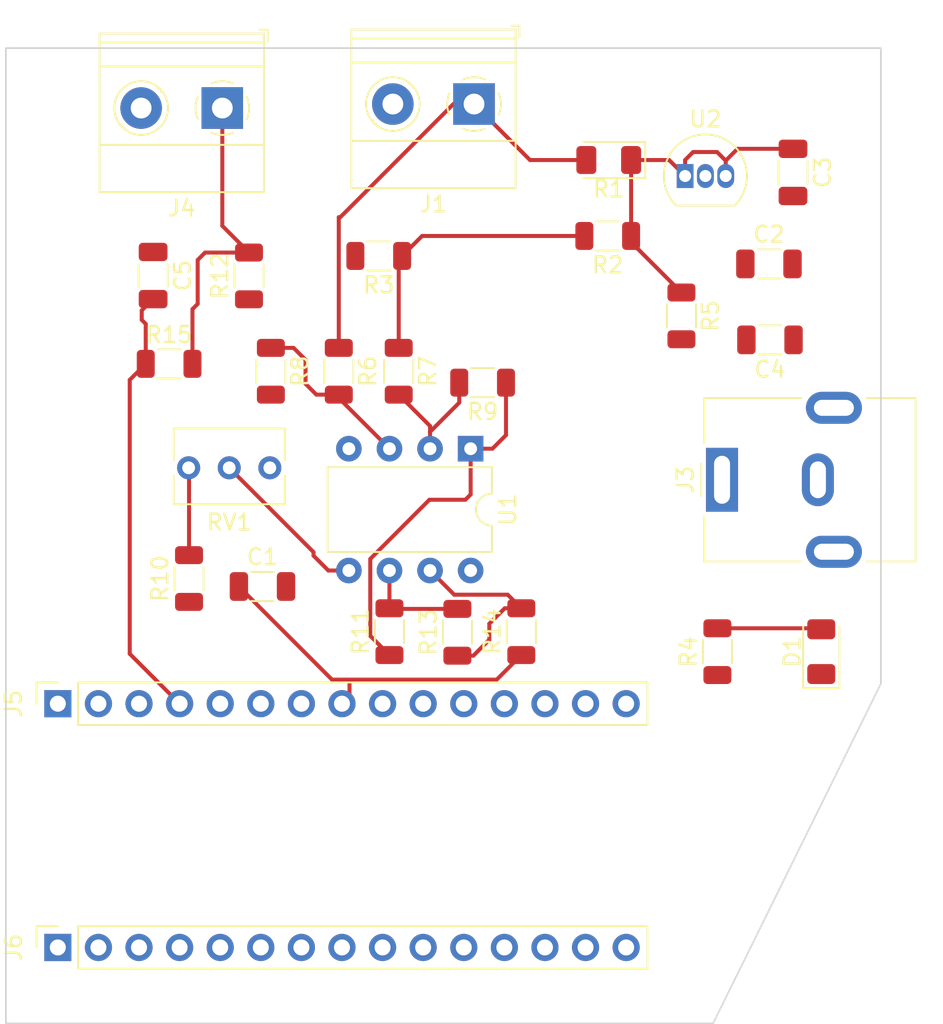
<source format=kicad_pcb>
(kicad_pcb (version 20221018) (generator pcbnew)
  (layers (0 "F.Cu" signal) (31 "B.Cu" signal) (34 "B.Paste" user) (35 "F.Paste" user) (36 "B.SilkS" user "B.Silkscreen") (37 "F.SilkS" user "F.Silkscreen") (38 "B.Mask" user) (39 "F.Mask" user) (44 "Edge.Cuts" user))
  (net 0 "")
  (net 1 "Offset Amp Out")
  (net 2 "GND")
  (net 3 "+5V")
  (net 4 "+2V5")
  (net 5 "Temperature Reading")
  (net 6 "Net-(D1-A)")
  (net 7 "Wheatstone_A")
  (net 8 "Net-(J4-Pin_1)")
  (net 36 "Wheatstone_B")
  (net 37 "Net-(U1A-+)")
  (net 38 "Net-(U1A--)")
  (net 39 "FG Amp Out")
  (net 40 "Net-(R10-Pad2)")
  (net 41 "Net-(U1B--)")
  (net 42 "Net-(R13-Pad1)")
  (net 43 "Net-(U1B-+)")
  (footprint "Resistor_SMD:R_1206_3216Metric" (layer "F.Cu") (at 109 80.25 90)
    (fp_text reference "R14" (at 0 -1.82 90) (layer "F.SilkS"))
    (fp_text value "1.96k")
    (fp_line (start -0.727064 -0.91) (end 0.727064 -0.91) (stroke (width 0.12)) (layer "F.SilkS"))
    (fp_line (start -0.727064 0.91) (end 0.727064 0.91) (stroke (width 0.12)) (layer "F.SilkS"))
    (pad "1" smd roundrect (at -1.4625 0 90) (size 1.125 1.75) (layers "F.Cu" "F.Paste" "F.Mask") (roundrect_rratio 0.222222) (net 1 "Offset Amp Out"))
    (pad "2" smd roundrect (at 1.4625 0 90) (size 1.125 1.75) (layers "F.Cu" "F.Paste" "F.Mask") (roundrect_rratio 0.222222) (net 42 "Net-(R13-Pad1)"))
  )
  (footprint "Resistor_SMD:R_1206_3216Metric" (layer "F.Cu") (at 86.9625 63.5)
    (fp_text reference "R15" (at 0 -1.82) (layer "F.SilkS"))
    (fp_text value "10k")
    (fp_line (start -0.727064 -0.91) (end 0.727064 -0.91) (stroke (width 0.12)) (layer "F.SilkS"))
    (fp_line (start -0.727064 0.91) (end 0.727064 0.91) (stroke (width 0.12)) (layer "F.SilkS"))
    (pad "1" smd roundrect (at -1.4625 0) (size 1.125 1.75) (layers "F.Cu" "F.Paste" "F.Mask") (roundrect_rratio 0.222222) (net 5 "Temperature Reading"))
    (pad "2" smd roundrect (at 1.4625 0) (size 1.125 1.75) (layers "F.Cu" "F.Paste" "F.Mask") (roundrect_rratio 0.222222) (net 8 "Net-(J4-Pin_1)"))
  )
  (footprint "Resistor_SMD:R_1206_3216Metric" (layer "F.Cu") (at 101.33 63.9625 -90)
    (fp_text reference "R7" (at 0 -1.82 90) (layer "F.SilkS"))
    (fp_text value "6.98k")
    (fp_line (start -0.727064 -0.91) (end 0.727064 -0.91) (stroke (width 0.12)) (layer "F.SilkS"))
    (fp_line (start -0.727064 0.91) (end 0.727064 0.91) (stroke (width 0.12)) (layer "F.SilkS"))
    (pad "1" smd roundrect (at -1.4625 0 270) (size 1.125 1.75) (layers "F.Cu" "F.Paste" "F.Mask") (roundrect_rratio 0.222222) (net 36 "Wheatstone_B"))
    (pad "2" smd roundrect (at 1.4625 0 270) (size 1.125 1.75) (layers "F.Cu" "F.Paste" "F.Mask") (roundrect_rratio 0.222222) (net 38 "Net-(U1A--)"))
  )
  (footprint "TerminalBlock_Phoenix:TerminalBlock_Phoenix_MKDS-1,5-2-5.08_1x02_P5.08mm_Horizontal" (layer "F.Cu") (at 106.0425 47.25 180)
    (fp_text reference "J1" (at 2.54 -6.26) (layer "F.SilkS"))
    (fp_text value "Strain Gauge")
    (fp_line (start -2.84 4.16) (end -2.84 4.9) (stroke (width 0.12)) (layer "F.SilkS"))
    (fp_line (start -2.84 4.9) (end -2.34 4.9) (stroke (width 0.12)) (layer "F.SilkS"))
    (fp_line (start -2.6 -5.261) (end -2.6 4.66) (stroke (width 0.12)) (layer "F.SilkS"))
    (fp_line (start -2.6 -5.261) (end 7.68 -5.261) (stroke (width 0.12)) (layer "F.SilkS"))
    (fp_line (start -2.6 -2.301) (end 7.68 -2.301) (stroke (width 0.12)) (layer "F.SilkS"))
    (fp_line (start -2.6 2.6) (end 7.68 2.6) (stroke (width 0.12)) (layer "F.SilkS"))
    (fp_line (start -2.6 4.1) (end 7.68 4.1) (stroke (width 0.12)) (layer "F.SilkS"))
    (fp_line (start -2.6 4.66) (end 7.68 4.66) (stroke (width 0.12)) (layer "F.SilkS"))
    (fp_line (start 3.853 1.023) (end 3.806 1.069) (stroke (width 0.12)) (layer "F.SilkS"))
    (fp_line (start 4.046 1.239) (end 4.011 1.274) (stroke (width 0.12)) (layer "F.SilkS"))
    (fp_line (start 6.15 -1.275) (end 6.115 -1.239) (stroke (width 0.12)) (layer "F.SilkS"))
    (fp_line (start 6.355 -1.069) (end 6.308 -1.023) (stroke (width 0.12)) (layer "F.SilkS"))
    (fp_line (start 7.68 -5.261) (end 7.68 4.66) (stroke (width 0.12)) (layer "F.SilkS"))
    (fp_arc (start -1.535427 0.683042) (mid -1.680501 -0.000524) (end -1.535 -0.684) (stroke (width 0.12)) (layer "F.SilkS"))
    (fp_arc (start -0.683042 -1.535427) (mid 0.000524 -1.680501) (end 0.684 -1.535) (stroke (width 0.12)) (layer "F.SilkS"))
    (fp_arc (start 0.028805 1.680253) (mid -0.335551 1.646659) (end -0.684 1.535) (stroke (width 0.12)) (layer "F.SilkS"))
    (fp_arc (start 0.683318 1.534756) (mid 0.349292 1.643288) (end 0 1.68) (stroke (width 0.12)) (layer "F.SilkS"))
    (fp_arc (start 1.535427 -0.683042) (mid 1.680501 0.000524) (end 1.535 0.684) (stroke (width 0.12)) (layer "F.SilkS"))
    (fp_circle (center 5.08 0) (end 6.76 0) (stroke (width 0.12)) (fill none) (layer "F.SilkS"))
    (pad "1" thru_hole rect (at 0 0 180) (size 2.6 2.6) (drill 1.3) (layers "*.Cu" "*.Mask") (net 7 "Wheatstone_A"))
    (pad "2" thru_hole circle (at 5.08 0 180) (size 2.6 2.6) (drill 1.3) (layers "*.Cu" "*.Mask") (net 2 "GND"))
  )
  (footprint "Resistor_SMD:R_1206_3216Metric" (layer "F.Cu") (at 97.58 63.9625 -90)
    (fp_text reference "R6" (at 0 -1.82 90) (layer "F.SilkS"))
    (fp_text value "6.98k")
    (fp_line (start -0.727064 -0.91) (end 0.727064 -0.91) (stroke (width 0.12)) (layer "F.SilkS"))
    (fp_line (start -0.727064 0.91) (end 0.727064 0.91) (stroke (width 0.12)) (layer "F.SilkS"))
    (pad "1" smd roundrect (at -1.4625 0 270) (size 1.125 1.75) (layers "F.Cu" "F.Paste" "F.Mask") (roundrect_rratio 0.222222) (net 7 "Wheatstone_A"))
    (pad "2" smd roundrect (at 1.4625 0 270) (size 1.125 1.75) (layers "F.Cu" "F.Paste" "F.Mask") (roundrect_rratio 0.222222) (net 37 "Net-(U1A-+)"))
  )
  (footprint "Connector_BarrelJack:BarrelJack_CUI_PJ-063AH_Horizontal" (layer "F.Cu") (at 121.56 70.75 90)
    (fp_text reference "J3" (at 0 -2.3 90) (layer "F.SilkS"))
    (fp_text value "+5V in")
    (fp_line (start -5.11 -1.11) (end -2.3 -1.11) (stroke (width 0.12)) (layer "F.SilkS"))
    (fp_line (start -5.11 4.95) (end -5.11 -1.11) (stroke (width 0.12)) (layer "F.SilkS"))
    (fp_line (start -5.11 12.11) (end -5.11 9.05) (stroke (width 0.12)) (layer "F.SilkS"))
    (fp_line (start -1 -1.3) (end 1 -1.3) (stroke (width 0.12)) (layer "F.SilkS"))
    (fp_line (start 2.3 -1.11) (end 5.11 -1.11) (stroke (width 0.12)) (layer "F.SilkS"))
    (fp_line (start 5.11 -1.11) (end 5.11 4.95) (stroke (width 0.12)) (layer "F.SilkS"))
    (fp_line (start 5.11 9.05) (end 5.11 12.11) (stroke (width 0.12)) (layer "F.SilkS"))
    (fp_line (start 5.11 12.11) (end -5.11 12.11) (stroke (width 0.12)) (layer "F.SilkS"))
    (pad "" np_thru_hole circle (at 0 9 90) (size 1.6 1.6) (drill 1.6) (layers "*.Cu" "*.Mask"))
    (pad "1" thru_hole rect (at 0 0 90) (size 4 2) (drill oval 3 1) (layers "*.Cu" "*.Mask") (net 3 "+5V"))
    (pad "2" thru_hole oval (at 0 6 90) (size 3.3 2) (drill oval 2.3 1) (layers "*.Cu" "*.Mask") (net 2 "GND"))
    (pad "MP" thru_hole oval (at -4.5 7 90) (size 2 3.5) (drill oval 1 2.5) (layers "*.Cu" "*.Mask"))
    (pad "MP" thru_hole oval (at 4.5 7 90) (size 2 3.5) (drill oval 1 2.5) (layers "*.Cu" "*.Mask"))
  )
  (footprint "Capacitor_SMD:C_1206_3216Metric" (layer "F.Cu") (at 92.805 77.425)
    (fp_text reference "C1" (at 0 -1.85) (layer "F.SilkS"))
    (fp_text value "1uF")
    (fp_line (start -0.711252 -0.91) (end 0.711252 -0.91) (stroke (width 0.12)) (layer "F.SilkS"))
    (fp_line (start -0.711252 0.91) (end 0.711252 0.91) (stroke (width 0.12)) (layer "F.SilkS"))
    (pad "1" smd roundrect (at -1.475 0) (size 1.15 1.8) (layers "F.Cu" "F.Paste" "F.Mask") (roundrect_rratio 0.217391) (net 1 "Offset Amp Out"))
    (pad "2" smd roundrect (at 1.475 0) (size 1.15 1.8) (layers "F.Cu" "F.Paste" "F.Mask") (roundrect_rratio 0.217391) (net 2 "GND"))
  )
  (footprint "Capacitor_SMD:C_1206_3216Metric" (layer "F.Cu") (at 124.56 62 180)
    (fp_text reference "C4" (at 0 -1.85) (layer "F.SilkS"))
    (fp_text value "220uF")
    (fp_line (start -0.711252 -0.91) (end 0.711252 -0.91) (stroke (width 0.12)) (layer "F.SilkS"))
    (fp_line (start -0.711252 0.91) (end 0.711252 0.91) (stroke (width 0.12)) (layer "F.SilkS"))
    (pad "1" smd roundrect (at -1.475 0 180) (size 1.15 1.8) (layers "F.Cu" "F.Paste" "F.Mask") (roundrect_rratio 0.217391) (net 2 "GND"))
    (pad "2" smd roundrect (at 1.475 0 180) (size 1.15 1.8) (layers "F.Cu" "F.Paste" "F.Mask") (roundrect_rratio 0.217391) (net 3 "+5V"))
  )
  (footprint "Resistor_SMD:R_1206_3216Metric" (layer "F.Cu") (at 88.21 76.925 90)
    (fp_text reference "R10" (at 0 -1.82 90) (layer "F.SilkS"))
    (fp_text value "3k")
    (fp_line (start -0.727064 -0.91) (end 0.727064 -0.91) (stroke (width 0.12)) (layer "F.SilkS"))
    (fp_line (start -0.727064 0.91) (end 0.727064 0.91) (stroke (width 0.12)) (layer "F.SilkS"))
    (pad "1" smd roundrect (at -1.4625 0 90) (size 1.125 1.75) (layers "F.Cu" "F.Paste" "F.Mask") (roundrect_rratio 0.222222) (net 4 "+2V5"))
    (pad "2" smd roundrect (at 1.4625 0 90) (size 1.125 1.75) (layers "F.Cu" "F.Paste" "F.Mask") (roundrect_rratio 0.222222) (net 40 "Net-(R10-Pad2)"))
  )
  (footprint "Resistor_SMD:R_1206_3216Metric" (layer "F.Cu") (at 119.02 60.5 -90)
    (fp_text reference "R5" (at 0 -1.82 90) (layer "F.SilkS"))
    (fp_text value "110")
    (fp_line (start -0.727064 -0.91) (end 0.727064 -0.91) (stroke (width 0.12)) (layer "F.SilkS"))
    (fp_line (start -0.727064 0.91) (end 0.727064 0.91) (stroke (width 0.12)) (layer "F.SilkS"))
    (pad "1" smd roundrect (at -1.4625 0 270) (size 1.125 1.75) (layers "F.Cu" "F.Paste" "F.Mask") (roundrect_rratio 0.222222) (net 4 "+2V5"))
    (pad "2" smd roundrect (at 1.4625 0 270) (size 1.125 1.75) (layers "F.Cu" "F.Paste" "F.Mask") (roundrect_rratio 0.222222) (net 3 "+5V"))
  )
  (footprint "Capacitor_SMD:C_1206_3216Metric" (layer "F.Cu") (at 126 51.525 -90)
    (fp_text reference "C3" (at 0 -1.85 90) (layer "F.SilkS"))
    (fp_text value "1uF")
    (fp_line (start -0.711252 -0.91) (end 0.711252 -0.91) (stroke (width 0.12)) (layer "F.SilkS"))
    (fp_line (start -0.711252 0.91) (end 0.711252 0.91) (stroke (width 0.12)) (layer "F.SilkS"))
    (pad "1" smd roundrect (at -1.475 0 270) (size 1.15 1.8) (layers "F.Cu" "F.Paste" "F.Mask") (roundrect_rratio 0.217391) (net 4 "+2V5"))
    (pad "2" smd roundrect (at 1.475 0 270) (size 1.15 1.8) (layers "F.Cu" "F.Paste" "F.Mask") (roundrect_rratio 0.217391) (net 2 "GND"))
  )
  (footprint "LED_SMD:LED_1206_3216Metric" (layer "F.Cu") (at 114.47 50.75 180)
    (fp_text reference "R1" (at 0 -1.82) (layer "F.SilkS"))
    (fp_text value "348")
    (fp_line (start -2.285 -1.135) (end -2.285 1.135) (stroke (width 0.12)) (layer "F.SilkS"))
    (fp_line (start -2.285 1.135) (end 1.6 1.135) (stroke (width 0.12)) (layer "F.SilkS"))
    (fp_line (start 1.6 -1.135) (end -2.285 -1.135) (stroke (width 0.12)) (layer "F.SilkS"))
    (pad "1" smd roundrect (at -1.4 0 180) (size 1.25 1.75) (layers "F.Cu" "F.Paste" "F.Mask") (roundrect_rratio 0.2) (net 4 "+2V5"))
    (pad "2" smd roundrect (at 1.4 0 180) (size 1.25 1.75) (layers "F.Cu" "F.Paste" "F.Mask") (roundrect_rratio 0.2) (net 7 "Wheatstone_A"))
  )
  (footprint "Resistor_SMD:R_1206_3216Metric" (layer "F.Cu") (at 106.58 64.675 180)
    (fp_text reference "R9" (at 0 -1.82) (layer "F.SilkS"))
    (fp_text value "348k")
    (fp_line (start -0.727064 -0.91) (end 0.727064 -0.91) (stroke (width 0.12)) (layer "F.SilkS"))
    (fp_line (start -0.727064 0.91) (end 0.727064 0.91) (stroke (width 0.12)) (layer "F.SilkS"))
    (pad "1" smd roundrect (at -1.4625 0 180) (size 1.125 1.75) (layers "F.Cu" "F.Paste" "F.Mask") (roundrect_rratio 0.222222) (net 39 "FG Amp Out"))
    (pad "2" smd roundrect (at 1.4625 0 180) (size 1.125 1.75) (layers "F.Cu" "F.Paste" "F.Mask") (roundrect_rratio 0.222222) (net 38 "Net-(U1A--)"))
  )
  (footprint "Package_TO_SOT_THT:TO-92_Inline" (layer "F.Cu") (at 119.25 51.75)
    (fp_text reference "U2" (at 1.27 -3.56) (layer "F.SilkS"))
    (fp_text value "TL431LP")
    (fp_line (start -0.53 1.85) (end 3.07 1.85) (stroke (width 0.12)) (layer "F.SilkS"))
    (fp_arc (start -0.568478 1.838478) (mid -1.132087 -0.994977) (end 1.27 -2.6) (stroke (width 0.12)) (layer "F.SilkS"))
    (fp_arc (start 1.27 -2.6) (mid 3.672087 -0.994977) (end 3.108478 1.838478) (stroke (width 0.12)) (layer "F.SilkS"))
    (pad "1" thru_hole rect (at 0 0) (size 1.05 1.5) (drill 0.75) (layers "*.Cu" "*.Mask") (net 4 "+2V5"))
    (pad "2" thru_hole oval (at 1.27 0) (size 1.05 1.5) (drill 0.75) (layers "*.Cu" "*.Mask") (net 2 "GND"))
    (pad "3" thru_hole oval (at 2.54 0) (size 1.05 1.5) (drill 0.75) (layers "*.Cu" "*.Mask") (net 4 "+2V5"))
  )
  (footprint "Resistor_SMD:R_1206_3216Metric" (layer "F.Cu") (at 121.27 81.5 90)
    (fp_text reference "R4" (at 0 -1.82 90) (layer "F.SilkS"))
    (fp_text value "348")
    (fp_line (start -0.727064 -0.91) (end 0.727064 -0.91) (stroke (width 0.12)) (layer "F.SilkS"))
    (fp_line (start -0.727064 0.91) (end 0.727064 0.91) (stroke (width 0.12)) (layer "F.SilkS"))
    (pad "1" smd roundrect (at -1.4625 0 90) (size 1.125 1.75) (layers "F.Cu" "F.Paste" "F.Mask") (roundrect_rratio 0.222222) (net 3 "+5V"))
    (pad "2" smd roundrect (at 1.4625 0 90) (size 1.125 1.75) (layers "F.Cu" "F.Paste" "F.Mask") (roundrect_rratio 0.222222) (net 6 "Net-(D1-A)"))
  )
  (footprint "Resistor_SMD:R_1206_3216Metric" (layer "F.Cu") (at 93.33 63.9625 -90)
    (fp_text reference "R8" (at 0 -1.82 90) (layer "F.SilkS"))
    (fp_text value "348k")
    (fp_line (start -0.727064 -0.91) (end 0.727064 -0.91) (stroke (width 0.12)) (layer "F.SilkS"))
    (fp_line (start -0.727064 0.91) (end 0.727064 0.91) (stroke (width 0.12)) (layer "F.SilkS"))
    (pad "1" smd roundrect (at -1.4625 0 270) (size 1.125 1.75) (layers "F.Cu" "F.Paste" "F.Mask") (roundrect_rratio 0.222222) (net 37 "Net-(U1A-+)"))
    (pad "2" smd roundrect (at 1.4625 0 270) (size 1.125 1.75) (layers "F.Cu" "F.Paste" "F.Mask") (roundrect_rratio 0.222222) (net 2 "GND"))
  )
  (footprint "Resistor_SMD:R_1206_3216Metric" (layer "F.Cu") (at 91.9625 58 90)
    (fp_text reference "R12" (at 0 -1.82 90) (layer "F.SilkS"))
    (fp_text value "348")
    (fp_line (start -0.727064 -0.91) (end 0.727064 -0.91) (stroke (width 0.12)) (layer "F.SilkS"))
    (fp_line (start -0.727064 0.91) (end 0.727064 0.91) (stroke (width 0.12)) (layer "F.SilkS"))
    (pad "1" smd roundrect (at -1.4625 0 90) (size 1.125 1.75) (layers "F.Cu" "F.Paste" "F.Mask") (roundrect_rratio 0.222222) (net 3 "+5V"))
    (pad "2" smd roundrect (at 1.4625 0 90) (size 1.125 1.75) (layers "F.Cu" "F.Paste" "F.Mask") (roundrect_rratio 0.222222) (net 8 "Net-(J4-Pin_1)"))
  )
  (footprint "LED_SMD:LED_1206_3216Metric" (layer "F.Cu") (at 127.77 81.5 90)
    (fp_text reference "D1" (at 0 -1.82 90) (layer "F.SilkS"))
    (fp_text value "LED")
    (fp_line (start -2.285 -1.135) (end -2.285 1.135) (stroke (width 0.12)) (layer "F.SilkS"))
    (fp_line (start -2.285 1.135) (end 1.6 1.135) (stroke (width 0.12)) (layer "F.SilkS"))
    (fp_line (start 1.6 -1.135) (end -2.285 -1.135) (stroke (width 0.12)) (layer "F.SilkS"))
    (pad "1" smd roundrect (at -1.4 0 90) (size 1.25 1.75) (layers "F.Cu" "F.Paste" "F.Mask") (roundrect_rratio 0.2) (net 2 "GND"))
    (pad "2" smd roundrect (at 1.4 0 90) (size 1.25 1.75) (layers "F.Cu" "F.Paste" "F.Mask") (roundrect_rratio 0.2) (net 6 "Net-(D1-A)"))
  )
  (footprint "Potentiometer_THT:Potentiometer_Bourns_3266Y_Vertical" (layer "F.Cu") (at 88.185 70 180)
    (fp_text reference "RV1" (at -2.54 -3.41) (layer "F.SilkS"))
    (fp_text value "1k")
    (fp_line (start -6.015 -2.28) (end -6.015 -0.494) (stroke (width 0.12)) (layer "F.SilkS"))
    (fp_line (start -6.015 -2.28) (end 0.935 -2.28) (stroke (width 0.12)) (layer "F.SilkS"))
    (fp_line (start -6.015 0.496) (end -6.015 2.46) (stroke (width 0.12)) (layer "F.SilkS"))
    (fp_line (start -6.015 2.46) (end 0.935 2.46) (stroke (width 0.12)) (layer "F.SilkS"))
    (fp_line (start 0.935 -2.28) (end 0.935 -0.494) (stroke (width 0.12)) (layer "F.SilkS"))
    (fp_line (start 0.935 0.496) (end 0.935 2.46) (stroke (width 0.12)) (layer "F.SilkS"))
    (pad "1" thru_hole circle (at 0 0 180) (size 1.44 1.44) (drill 0.8) (layers "*.Cu" "*.Mask") (net 40 "Net-(R10-Pad2)"))
    (pad "2" thru_hole circle (at -2.54 0 180) (size 1.44 1.44) (drill 0.8) (layers "*.Cu" "*.Mask") (net 43 "Net-(U1B-+)"))
    (pad "3" thru_hole circle (at -5.08 0 180) (size 1.44 1.44) (drill 0.8) (layers "*.Cu" "*.Mask") (net 2 "GND"))
  )
  (footprint "Resistor_SMD:R_1206_3216Metric" (layer "F.Cu") (at 105 80.2875 90)
    (fp_text reference "R13" (at 0 -1.82 90) (layer "F.SilkS"))
    (fp_text value "348k")
    (fp_line (start -0.727064 -0.91) (end 0.727064 -0.91) (stroke (width 0.12)) (layer "F.SilkS"))
    (fp_line (start -0.727064 0.91) (end 0.727064 0.91) (stroke (width 0.12)) (layer "F.SilkS"))
    (pad "1" smd roundrect (at -1.4625 0 90) (size 1.125 1.75) (layers "F.Cu" "F.Paste" "F.Mask") (roundrect_rratio 0.222222) (net 42 "Net-(R13-Pad1)"))
    (pad "2" smd roundrect (at 1.4625 0 90) (size 1.125 1.75) (layers "F.Cu" "F.Paste" "F.Mask") (roundrect_rratio 0.222222) (net 41 "Net-(U1B--)"))
  )
  (footprint "Capacitor_SMD:C_1206_3216Metric" (layer "F.Cu") (at 124.495 57.25)
    (fp_text reference "C2" (at 0 -1.85) (layer "F.SilkS"))
    (fp_text value "100nF")
    (fp_line (start -0.711252 -0.91) (end 0.711252 -0.91) (stroke (width 0.12)) (layer "F.SilkS"))
    (fp_line (start -0.711252 0.91) (end 0.711252 0.91) (stroke (width 0.12)) (layer "F.SilkS"))
    (pad "1" smd roundrect (at -1.475 0) (size 1.15 1.8) (layers "F.Cu" "F.Paste" "F.Mask") (roundrect_rratio 0.217391) (net 3 "+5V"))
    (pad "2" smd roundrect (at 1.475 0) (size 1.15 1.8) (layers "F.Cu" "F.Paste" "F.Mask") (roundrect_rratio 0.217391) (net 2 "GND"))
  )
  (footprint "Connector_PinSocket_2.54mm:PinSocket_1x15_P2.54mm_Vertical" (layer "F.Cu") (at 80 84.7545 90)
    (fp_text reference "J5" (at 0 -2.77 90) (layer "F.SilkS"))
    (fp_text value "Nano Rail A")
    (fp_line (start -1.33 1.27) (end -1.33 36.89) (stroke (width 0.12)) (layer "F.SilkS"))
    (fp_line (start -1.33 1.27) (end 1.33 1.27) (stroke (width 0.12)) (layer "F.SilkS"))
    (fp_line (start -1.33 36.89) (end 1.33 36.89) (stroke (width 0.12)) (layer "F.SilkS"))
    (fp_line (start 0 -1.33) (end 1.33 -1.33) (stroke (width 0.12)) (layer "F.SilkS"))
    (fp_line (start 1.33 -1.33) (end 1.33 0) (stroke (width 0.12)) (layer "F.SilkS"))
    (fp_line (start 1.33 1.27) (end 1.33 36.89) (stroke (width 0.12)) (layer "F.SilkS"))
    (pad "1" thru_hole rect (at 0 0 90) (size 1.7 1.7) (drill 1) (layers "*.Cu" "*.Mask"))
    (pad "2" thru_hole oval (at 0 2.54 90) (size 1.7 1.7) (drill 1) (layers "*.Cu" "*.Mask"))
    (pad "3" thru_hole oval (at 0 5.08 90) (size 1.7 1.7) (drill 1) (layers "*.Cu" "*.Mask"))
    (pad "4" thru_hole oval (at 0 7.62 90) (size 1.7 1.7) (drill 1) (layers "*.Cu" "*.Mask") (net 5 "Temperature Reading"))
    (pad "5" thru_hole oval (at 0 10.16 90) (size 1.7 1.7) (drill 1) (layers "*.Cu" "*.Mask"))
    (pad "6" thru_hole oval (at 0 12.7 90) (size 1.7 1.7) (drill 1) (layers "*.Cu" "*.Mask"))
    (pad "7" thru_hole oval (at 0 15.24 90) (size 1.7 1.7) (drill 1) (layers "*.Cu" "*.Mask"))
    (pad "8" thru_hole oval (at 0 17.78 90) (size 1.7 1.7) (drill 1) (layers "*.Cu" "*.Mask") (net 1 "Offset Amp Out"))
    (pad "9" thru_hole oval (at 0 20.32 90) (size 1.7 1.7) (drill 1) (layers "*.Cu" "*.Mask"))
    (pad "10" thru_hole oval (at 0 22.86 90) (size 1.7 1.7) (drill 1) (layers "*.Cu" "*.Mask"))
    (pad "11" thru_hole oval (at 0 25.4 90) (size 1.7 1.7) (drill 1) (layers "*.Cu" "*.Mask"))
    (pad "12" thru_hole oval (at 0 27.94 90) (size 1.7 1.7) (drill 1) (layers "*.Cu" "*.Mask"))
    (pad "13" thru_hole oval (at 0 30.48 90) (size 1.7 1.7) (drill 1) (layers "*.Cu" "*.Mask"))
    (pad "14" thru_hole oval (at 0 33.02 90) (size 1.7 1.7) (drill 1) (layers "*.Cu" "*.Mask") (net 2 "GND"))
    (pad "15" thru_hole oval (at 0 35.56 90) (size 1.7 1.7) (drill 1) (layers "*.Cu" "*.Mask"))
  )
  (footprint "TerminalBlock_Phoenix:TerminalBlock_Phoenix_MKDS-1,5-2-5.08_1x02_P5.08mm_Horizontal" (layer "F.Cu") (at 90.2925 47.5 180)
    (fp_text reference "J4" (at 2.54 -6.26) (layer "F.SilkS"))
    (fp_text value "Thermistor In")
    (fp_line (start -2.84 4.16) (end -2.84 4.9) (stroke (width 0.12)) (layer "F.SilkS"))
    (fp_line (start -2.84 4.9) (end -2.34 4.9) (stroke (width 0.12)) (layer "F.SilkS"))
    (fp_line (start -2.6 -5.261) (end -2.6 4.66) (stroke (width 0.12)) (layer "F.SilkS"))
    (fp_line (start -2.6 -5.261) (end 7.68 -5.261) (stroke (width 0.12)) (layer "F.SilkS"))
    (fp_line (start -2.6 -2.301) (end 7.68 -2.301) (stroke (width 0.12)) (layer "F.SilkS"))
    (fp_line (start -2.6 2.6) (end 7.68 2.6) (stroke (width 0.12)) (layer "F.SilkS"))
    (fp_line (start -2.6 4.1) (end 7.68 4.1) (stroke (width 0.12)) (layer "F.SilkS"))
    (fp_line (start -2.6 4.66) (end 7.68 4.66) (stroke (width 0.12)) (layer "F.SilkS"))
    (fp_line (start 3.853 1.023) (end 3.806 1.069) (stroke (width 0.12)) (layer "F.SilkS"))
    (fp_line (start 4.046 1.239) (end 4.011 1.274) (stroke (width 0.12)) (layer "F.SilkS"))
    (fp_line (start 6.15 -1.275) (end 6.115 -1.239) (stroke (width 0.12)) (layer "F.SilkS"))
    (fp_line (start 6.355 -1.069) (end 6.308 -1.023) (stroke (width 0.12)) (layer "F.SilkS"))
    (fp_line (start 7.68 -5.261) (end 7.68 4.66) (stroke (width 0.12)) (layer "F.SilkS"))
    (fp_arc (start -1.535427 0.683042) (mid -1.680501 -0.000524) (end -1.535 -0.684) (stroke (width 0.12)) (layer "F.SilkS"))
    (fp_arc (start -0.683042 -1.535427) (mid 0.000524 -1.680501) (end 0.684 -1.535) (stroke (width 0.12)) (layer "F.SilkS"))
    (fp_arc (start 0.028805 1.680253) (mid -0.335551 1.646659) (end -0.684 1.535) (stroke (width 0.12)) (layer "F.SilkS"))
    (fp_arc (start 0.683318 1.534756) (mid 0.349292 1.643288) (end 0 1.68) (stroke (width 0.12)) (layer "F.SilkS"))
    (fp_arc (start 1.535427 -0.683042) (mid 1.680501 0.000524) (end 1.535 0.684) (stroke (width 0.12)) (layer "F.SilkS"))
    (fp_circle (center 5.08 0) (end 6.76 0) (stroke (width 0.12)) (fill none) (layer "F.SilkS"))
    (pad "1" thru_hole rect (at 0 0 180) (size 2.6 2.6) (drill 1.3) (layers "*.Cu" "*.Mask") (net 8 "Net-(J4-Pin_1)"))
    (pad "2" thru_hole circle (at 5.08 0 180) (size 2.6 2.6) (drill 1.3) (layers "*.Cu" "*.Mask") (net 2 "GND"))
  )
  (footprint "Resistor_SMD:R_1206_3216Metric" (layer "F.Cu") (at 100.08 56.75 180)
    (fp_text reference "R3" (at 0 -1.82) (layer "F.SilkS"))
    (fp_text value "348")
    (fp_line (start -0.727064 -0.91) (end 0.727064 -0.91) (stroke (width 0.12)) (layer "F.SilkS"))
    (fp_line (start -0.727064 0.91) (end 0.727064 0.91) (stroke (width 0.12)) (layer "F.SilkS"))
    (pad "1" smd roundrect (at -1.4625 0 180) (size 1.125 1.75) (layers "F.Cu" "F.Paste" "F.Mask") (roundrect_rratio 0.222222) (net 36 "Wheatstone_B"))
    (pad "2" smd roundrect (at 1.4625 0 180) (size 1.125 1.75) (layers "F.Cu" "F.Paste" "F.Mask") (roundrect_rratio 0.222222) (net 2 "GND"))
  )
  (footprint "Capacitor_SMD:C_1206_3216Metric" (layer "F.Cu") (at 85.9625 57.975 -90)
    (fp_text reference "C5" (at 0 -1.85 90) (layer "F.SilkS"))
    (fp_text value "10uF")
    (fp_line (start -0.711252 -0.91) (end 0.711252 -0.91) (stroke (width 0.12)) (layer "F.SilkS"))
    (fp_line (start -0.711252 0.91) (end 0.711252 0.91) (stroke (width 0.12)) (layer "F.SilkS"))
    (pad "1" smd roundrect (at -1.475 0 270) (size 1.15 1.8) (layers "F.Cu" "F.Paste" "F.Mask") (roundrect_rratio 0.217391) (net 2 "GND"))
    (pad "2" smd roundrect (at 1.475 0 270) (size 1.15 1.8) (layers "F.Cu" "F.Paste" "F.Mask") (roundrect_rratio 0.217391) (net 5 "Temperature Reading"))
  )
  (footprint "Connector_PinSocket_2.54mm:PinSocket_1x15_P2.54mm_Vertical" (layer "F.Cu") (at 80 100 90)
    (fp_text reference "J6" (at 0 -2.77 90) (layer "F.SilkS"))
    (fp_text value "Nano Rail B")
    (fp_line (start -1.33 1.27) (end -1.33 36.89) (stroke (width 0.12)) (layer "F.SilkS"))
    (fp_line (start -1.33 1.27) (end 1.33 1.27) (stroke (width 0.12)) (layer "F.SilkS"))
    (fp_line (start -1.33 36.89) (end 1.33 36.89) (stroke (width 0.12)) (layer "F.SilkS"))
    (fp_line (start 0 -1.33) (end 1.33 -1.33) (stroke (width 0.12)) (layer "F.SilkS"))
    (fp_line (start 1.33 -1.33) (end 1.33 0) (stroke (width 0.12)) (layer "F.SilkS"))
    (fp_line (start 1.33 1.27) (end 1.33 36.89) (stroke (width 0.12)) (layer "F.SilkS"))
    (pad "1" thru_hole rect (at 0 0 90) (size 1.7 1.7) (drill 1) (layers "*.Cu" "*.Mask"))
    (pad "2" thru_hole oval (at 0 2.54 90) (size 1.7 1.7) (drill 1) (layers "*.Cu" "*.Mask"))
    (pad "3" thru_hole oval (at 0 5.08 90) (size 1.7 1.7) (drill 1) (layers "*.Cu" "*.Mask"))
    (pad "4" thru_hole oval (at 0 7.62 90) (size 1.7 1.7) (drill 1) (layers "*.Cu" "*.Mask"))
    (pad "5" thru_hole oval (at 0 10.16 90) (size 1.7 1.7) (drill 1) (layers "*.Cu" "*.Mask"))
    (pad "6" thru_hole oval (at 0 12.7 90) (size 1.7 1.7) (drill 1) (layers "*.Cu" "*.Mask"))
    (pad "7" thru_hole oval (at 0 15.24 90) (size 1.7 1.7) (drill 1) (layers "*.Cu" "*.Mask"))
    (pad "8" thru_hole oval (at 0 17.78 90) (size 1.7 1.7) (drill 1) (layers "*.Cu" "*.Mask"))
    (pad "9" thru_hole oval (at 0 20.32 90) (size 1.7 1.7) (drill 1) (layers "*.Cu" "*.Mask"))
    (pad "10" thru_hole oval (at 0 22.86 90) (size 1.7 1.7) (drill 1) (layers "*.Cu" "*.Mask"))
    (pad "11" thru_hole oval (at 0 25.4 90) (size 1.7 1.7) (drill 1) (layers "*.Cu" "*.Mask"))
    (pad "12" thru_hole oval (at 0 27.94 90) (size 1.7 1.7) (drill 1) (layers "*.Cu" "*.Mask"))
    (pad "13" thru_hole oval (at 0 30.48 90) (size 1.7 1.7) (drill 1) (layers "*.Cu" "*.Mask"))
    (pad "14" thru_hole oval (at 0 33.02 90) (size 1.7 1.7) (drill 1) (layers "*.Cu" "*.Mask"))
    (pad "15" thru_hole oval (at 0 35.56 90) (size 1.7 1.7) (drill 1) (layers "*.Cu" "*.Mask"))
  )
  (footprint "Resistor_SMD:R_1206_3216Metric" (layer "F.Cu") (at 114.4075 55.5 180)
    (fp_text reference "R2" (at 0 -1.82) (layer "F.SilkS"))
    (fp_text value "348")
    (fp_line (start -0.727064 -0.91) (end 0.727064 -0.91) (stroke (width 0.12)) (layer "F.SilkS"))
    (fp_line (start -0.727064 0.91) (end 0.727064 0.91) (stroke (width 0.12)) (layer "F.SilkS"))
    (pad "1" smd roundrect (at -1.4625 0 180) (size 1.125 1.75) (layers "F.Cu" "F.Paste" "F.Mask") (roundrect_rratio 0.222222) (net 4 "+2V5"))
    (pad "2" smd roundrect (at 1.4625 0 180) (size 1.125 1.75) (layers "F.Cu" "F.Paste" "F.Mask") (roundrect_rratio 0.222222) (net 36 "Wheatstone_B"))
  )
  (footprint "Resistor_SMD:R_1206_3216Metric" (layer "F.Cu") (at 100.75 80.25 90)
    (fp_text reference "R11" (at 0 -1.82 90) (layer "F.SilkS"))
    (fp_text value "8.66k")
    (fp_line (start -0.727064 -0.91) (end 0.727064 -0.91) (stroke (width 0.12)) (layer "F.SilkS"))
    (fp_line (start -0.727064 0.91) (end 0.727064 0.91) (stroke (width 0.12)) (layer "F.SilkS"))
    (pad "1" smd roundrect (at -1.4625 0 90) (size 1.125 1.75) (layers "F.Cu" "F.Paste" "F.Mask") (roundrect_rratio 0.222222) (net 39 "FG Amp Out"))
    (pad "2" smd roundrect (at 1.4625 0 90) (size 1.125 1.75) (layers "F.Cu" "F.Paste" "F.Mask") (roundrect_rratio 0.222222) (net 41 "Net-(U1B--)"))
  )
  (footprint "Package_DIP:DIP-8_W7.62mm" (layer "F.Cu") (at 105.83 68.805 -90)
    (fp_text reference "U1" (at 3.81 -2.33 90) (layer "F.SilkS"))
    (fp_text value "LM358")
    (fp_line (start 1.16 -1.33) (end 1.16 8.95) (stroke (width 0.12)) (layer "F.SilkS"))
    (fp_line (start 1.16 8.95) (end 6.46 8.95) (stroke (width 0.12)) (layer "F.SilkS"))
    (fp_line (start 2.81 -1.33) (end 1.16 -1.33) (stroke (width 0.12)) (layer "F.SilkS"))
    (fp_line (start 6.46 -1.33) (end 4.81 -1.33) (stroke (width 0.12)) (layer "F.SilkS"))
    (fp_line (start 6.46 8.95) (end 6.46 -1.33) (stroke (width 0.12)) (layer "F.SilkS"))
    (fp_arc (start 4.81 -1.33) (mid 3.81 -0.33) (end 2.81 -1.33) (stroke (width 0.12)) (layer "F.SilkS"))
    (pad "1" thru_hole rect (at 0 0 270) (size 1.6 1.6) (drill 0.8) (layers "*.Cu" "*.Mask") (net 39 "FG Amp Out"))
    (pad "2" thru_hole oval (at 0 2.54 270) (size 1.6 1.6) (drill 0.8) (layers "*.Cu" "*.Mask") (net 38 "Net-(U1A--)"))
    (pad "3" thru_hole oval (at 0 5.08 270) (size 1.6 1.6) (drill 0.8) (layers "*.Cu" "*.Mask") (net 37 "Net-(U1A-+)"))
    (pad "4" thru_hole oval (at 0 7.62 270) (size 1.6 1.6) (drill 0.8) (layers "*.Cu" "*.Mask") (net 2 "GND"))
    (pad "5" thru_hole oval (at 7.62 7.62 270) (size 1.6 1.6) (drill 0.8) (layers "*.Cu" "*.Mask") (net 43 "Net-(U1B-+)"))
    (pad "6" thru_hole oval (at 7.62 5.08 270) (size 1.6 1.6) (drill 0.8) (layers "*.Cu" "*.Mask") (net 41 "Net-(U1B--)"))
    (pad "7" thru_hole oval (at 7.62 2.54 270) (size 1.6 1.6) (drill 0.8) (layers "*.Cu" "*.Mask") (net 42 "Net-(R13-Pad1)"))
    (pad "8" thru_hole oval (at 7.62 0 270) (size 1.6 1.6) (drill 0.8) (layers "*.Cu" "*.Mask") (net 3 "+5V"))
  )
  (gr_line (start 131.5 83.5) (end 131.5 43.75) (stroke (width 0.1)) (layer "Edge.Cuts"))
  (gr_line (start 76.75 43.75) (end 76.75 104.75) (stroke (width 0.1)) (layer "Edge.Cuts"))
  (gr_line (start 131.5 43.75) (end 76.75 43.75) (stroke (width 0.1)) (layer "Edge.Cuts"))
  (gr_line (start 76.75 104.75) (end 121 104.75) (stroke (width 0.1)) (layer "Edge.Cuts"))
  (gr_line (start 121 104.75) (end 131.5 83.5) (stroke (width 0.1)) (layer "Edge.Cuts"))
  (segment (start 97.155 83.25) (end 98.5 83.25) (width 0.25) (layer "F.Cu") (net 1))
  (segment (start 91.33 77.425) (end 97.155 83.25) (width 0.25) (layer "F.Cu") (net 1))
  (segment (start 109 81.7125) (end 107.4625 83.25) (width 0.25) (layer "F.Cu") (net 1))
  (segment (start 98.5 83.25) (end 98.25 83.25) (width 0.25) (layer "F.Cu") (net 1))
  (segment (start 98.25 83.25) (end 98.25 84.2845) (width 0.25) (layer "F.Cu") (net 1))
  (segment (start 107.4625 83.25) (end 98.5 83.25) (width 0.25) (layer "F.Cu") (net 1))
  (segment (start 98.25 84.2845) (end 97.78 84.7545) (width 0.25) (layer "F.Cu") (net 1))
  (segment (start 121.79 50.79) (end 121.79 51.75) (width 0.25) (layer "F.Cu") (net 4))
  (segment (start 119.75 50.25) (end 121.25 50.25) (width 0.25) (layer "F.Cu") (net 4))
  (segment (start 118.25 50.75) (end 119.25 51.75) (width 0.25) (layer "F.Cu") (net 4))
  (segment (start 122.53 50.05) (end 121.79 50.79) (width 0.25) (layer "F.Cu") (net 4))
  (segment (start 121.25 50.25) (end 121.79 50.79) (width 0.25) (layer "F.Cu") (net 4))
  (segment (start 119.25 50.75) (end 119.75 50.25) (width 0.25) (layer "F.Cu") (net 4))
  (segment (start 115.87 50.75) (end 118.25 50.75) (width 0.25) (layer "F.Cu") (net 4))
  (segment (start 115.87 55.8875) (end 115.87 55.5) (width 0.25) (layer "F.Cu") (net 4))
  (segment (start 119.02 59.0375) (end 115.87 55.8875) (width 0.25) (layer "F.Cu") (net 4))
  (segment (start 119.25 51.75) (end 119.25 50.75) (width 0.25) (layer "F.Cu") (net 4))
  (segment (start 126 50.05) (end 122.53 50.05) (width 0.25) (layer "F.Cu") (net 4))
  (segment (start 115.87 50.75) (end 115.87 55.5) (width 0.25) (layer "F.Cu") (net 4))
  (segment (start 84.5 81.6345) (end 84.5 64.5) (width 0.25) (layer "F.Cu") (net 5))
  (segment (start 85.25 60.1625) (end 85.25 60.75) (width 0.25) (layer "F.Cu") (net 5))
  (segment (start 84.5 64.5) (end 85.5 63.5) (width 0.25) (layer "F.Cu") (net 5))
  (segment (start 85.9625 59.45) (end 85.25 60.1625) (width 0.25) (layer "F.Cu") (net 5))
  (segment (start 85.5 61) (end 85.5 63.5) (width 0.25) (layer "F.Cu") (net 5))
  (segment (start 85.25 60.75) (end 85.5 61) (width 0.25) (layer "F.Cu") (net 5))
  (segment (start 87.62 84.7545) (end 84.5 81.6345) (width 0.25) (layer "F.Cu") (net 5))
  (segment (start 127.7075 80.0375) (end 127.77 80.1) (width 0.25) (layer "F.Cu") (net 6))
  (segment (start 121.27 80.0375) (end 127.7075 80.0375) (width 0.25) (layer "F.Cu") (net 6))
  (segment (start 97.58 62.5) (end 97.58 54.33) (width 0.25) (layer "F.Cu") (net 7))
  (segment (start 113.07 50.75) (end 109.5425 50.75) (width 0.25) (layer "F.Cu") (net 7))
  (segment (start 97.58 54.33) (end 97.67 54.33) (width 0.25) (layer "F.Cu") (net 7))
  (segment (start 109.5425 50.75) (end 106.0425 47.25) (width 0.25) (layer "F.Cu") (net 7))
  (segment (start 104.75 47.25) (end 106.0425 47.25) (width 0.25) (layer "F.Cu") (net 7))
  (segment (start 97.67 54.33) (end 104.75 47.25) (width 0.25) (layer "F.Cu") (net 7))
  (segment (start 90.2925 47.5) (end 90.2925 54.8675) (width 0.25) (layer "F.Cu") (net 8))
  (segment (start 89.2125 56.5375) (end 91.9625 56.5375) (width 0.25) (layer "F.Cu") (net 8))
  (segment (start 88.425 60.075) (end 88.75 59.75) (width 0.25) (layer "F.Cu") (net 8))
  (segment (start 90.2925 54.8675) (end 91.9625 56.5375) (width 0.25) (layer "F.Cu") (net 8))
  (segment (start 88.75 59.75) (end 88.75 57) (width 0.25) (layer "F.Cu") (net 8))
  (segment (start 88.75 57) (end 89.2125 56.5375) (width 0.25) (layer "F.Cu") (net 8))
  (segment (start 88.425 63.5) (end 88.425 60.075) (width 0.25) (layer "F.Cu") (net 8))
  (segment (start 101.33 56.9625) (end 101.5425 56.75) (width 0.25) (layer "F.Cu") (net 36))
  (segment (start 101.5425 56.75) (end 102.7925 55.5) (width 0.25) (layer "F.Cu") (net 36))
  (segment (start 101.33 62.5) (end 101.33 56.9625) (width 0.25) (layer "F.Cu") (net 36))
  (segment (start 102.7925 55.5) (end 112.945 55.5) (width 0.25) (layer "F.Cu") (net 36))
  (segment (start 95.5 63.25) (end 94.75 62.5) (width 0.25) (layer "F.Cu") (net 37))
  (segment (start 96.175 65.425) (end 95.5 64.75) (width 0.25) (layer "F.Cu") (net 37))
  (segment (start 94.75 62.5) (end 93.33 62.5) (width 0.25) (layer "F.Cu") (net 37))
  (segment (start 97.58 65.425) (end 96.175 65.425) (width 0.25) (layer "F.Cu") (net 37))
  (segment (start 95.5 64.75) (end 95.5 63.25) (width 0.25) (layer "F.Cu") (net 37))
  (segment (start 97.58 65.635) (end 97.58 65.425) (width 0.25) (layer "F.Cu") (net 37))
  (segment (start 100.75 68.805) (end 97.58 65.635) (width 0.25) (layer "F.Cu") (net 37))
  (segment (start 101.33 65.425) (end 103.29 67.385) (width 0.25) (layer "F.Cu") (net 38))
  (segment (start 103.29 67.385) (end 103.29 67.75) (width 0.25) (layer "F.Cu") (net 38))
  (segment (start 105.1175 65.9225) (end 103.29 67.75) (width 0.25) (layer "F.Cu") (net 38))
  (segment (start 103.29 67.75) (end 103.29 68.805) (width 0.25) (layer "F.Cu") (net 38))
  (segment (start 105.1175 64.675) (end 105.1175 65.9225) (width 0.25) (layer "F.Cu") (net 38))
  (segment (start 99.55 75.7) (end 103.25 72) (width 0.25) (layer "F.Cu") (net 39))
  (segment (start 100.75 81.7125) (end 99.55 80.5125) (width 0.25) (layer "F.Cu") (net 39))
  (segment (start 105.83 68.805) (end 107.195 68.805) (width 0.25) (layer "F.Cu") (net 39))
  (segment (start 105.5 72) (end 105.83 71.67) (width 0.25) (layer "F.Cu") (net 39))
  (segment (start 103.25 72) (end 105.5 72) (width 0.25) (layer "F.Cu") (net 39))
  (segment (start 105.83 71.67) (end 105.83 68.805) (width 0.25) (layer "F.Cu") (net 39))
  (segment (start 99.55 80.5125) (end 99.55 75.7) (width 0.25) (layer "F.Cu") (net 39))
  (segment (start 108.0425 67.9575) (end 108.0425 64.675) (width 0.25) (layer "F.Cu") (net 39))
  (segment (start 107.195 68.805) (end 108.0425 67.9575) (width 0.25) (layer "F.Cu") (net 39))
  (segment (start 88.21 70.025) (end 88.185 70) (width 0.25) (layer "F.Cu") (net 40))
  (segment (start 88.21 75.4625) (end 88.21 70.025) (width 0.25) (layer "F.Cu") (net 40))
  (segment (start 100.75 76.425) (end 100.75 78.7875) (width 0.25) (layer "F.Cu") (net 41))
  (segment (start 105 78.825) (end 100.7875 78.825) (width 0.25) (layer "F.Cu") (net 41))
  (segment (start 100.7875 78.825) (end 100.75 78.7875) (width 0.25) (layer "F.Cu") (net 41))
  (segment (start 104.8025 77.9375) (end 108.15 77.9375) (width 0.25) (layer "F.Cu") (net 42))
  (segment (start 107 80.75) (end 107 79.75) (width 0.25) (layer "F.Cu") (net 42))
  (segment (start 108.15 77.9375) (end 109 78.7875) (width 0.25) (layer "F.Cu") (net 42))
  (segment (start 106 81.75) (end 107 80.75) (width 0.25) (layer "F.Cu") (net 42))
  (segment (start 107 79.75) (end 107.9625 78.7875) (width 0.25) (layer "F.Cu") (net 42))
  (segment (start 103.29 76.425) (end 104.8025 77.9375) (width 0.25) (layer "F.Cu") (net 42))
  (segment (start 105 81.75) (end 106 81.75) (width 0.25) (layer "F.Cu") (net 42))
  (segment (start 107.9625 78.7875) (end 109 78.7875) (width 0.25) (layer "F.Cu") (net 42))
  (segment (start 96 75.5) (end 96.925 76.425) (width 0.25) (layer "F.Cu") (net 43))
  (segment (start 90.725 70) (end 96 75.275) (width 0.25) (layer "F.Cu") (net 43))
  (segment (start 96 75.275) (end 96 75.5) (width 0.25) (layer "F.Cu") (net 43))
  (segment (start 96.925 76.425) (end 98.21 76.425) (width 0.25) (layer "F.Cu") (net 43))
)
</source>
